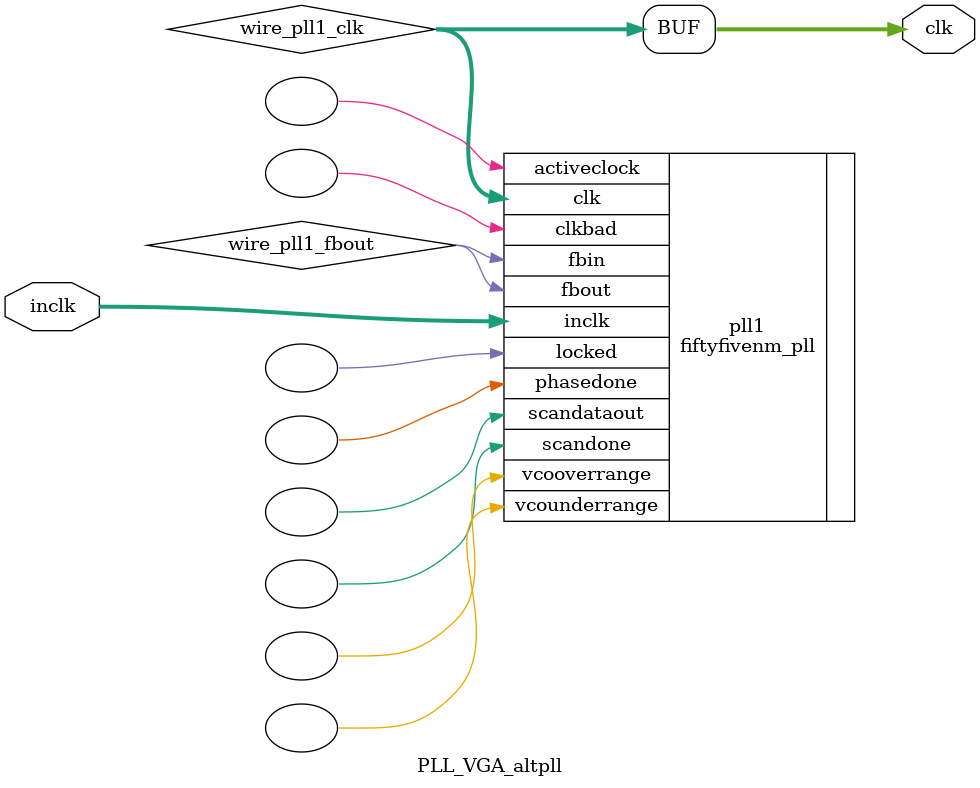
<source format=v>






//synthesis_resources = fiftyfivenm_pll 1 
//synopsys translate_off
`timescale 1 ps / 1 ps
//synopsys translate_on
module  PLL_VGA_altpll
	( 
	clk,
	inclk) /* synthesis synthesis_clearbox=1 */;
	output   [4:0]  clk;
	input   [1:0]  inclk;
`ifndef ALTERA_RESERVED_QIS
// synopsys translate_off
`endif
	tri0   [1:0]  inclk;
`ifndef ALTERA_RESERVED_QIS
// synopsys translate_on
`endif

	wire  [4:0]   wire_pll1_clk;
	wire  wire_pll1_fbout;

	fiftyfivenm_pll   pll1
	( 
	.activeclock(),
	.clk(wire_pll1_clk),
	.clkbad(),
	.fbin(wire_pll1_fbout),
	.fbout(wire_pll1_fbout),
	.inclk(inclk),
	.locked(),
	.phasedone(),
	.scandataout(),
	.scandone(),
	.vcooverrange(),
	.vcounderrange()
	`ifndef FORMAL_VERIFICATION
	// synopsys translate_off
	`endif
	,
	.areset(1'b0),
	.clkswitch(1'b0),
	.configupdate(1'b0),
	.pfdena(1'b1),
	.phasecounterselect({3{1'b0}}),
	.phasestep(1'b0),
	.phaseupdown(1'b0),
	.scanclk(1'b0),
	.scanclkena(1'b1),
	.scandata(1'b0)
	`ifndef FORMAL_VERIFICATION
	// synopsys translate_on
	`endif
	);
	defparam
		pll1.bandwidth_type = "auto",
		pll1.clk0_divide_by = 25000000,
		pll1.clk0_duty_cycle = 50,
		pll1.clk0_multiply_by = 12587483,
		pll1.clk0_phase_shift = "0",
		pll1.compensate_clock = "clk0",
		pll1.inclk0_input_frequency = 20000,
		pll1.operation_mode = "normal",
		pll1.pll_type = "auto",
		pll1.lpm_type = "fiftyfivenm_pll";
	assign
		clk = {wire_pll1_clk[4:0]};
endmodule //PLL_VGA_altpll
//VALID FILE

</source>
